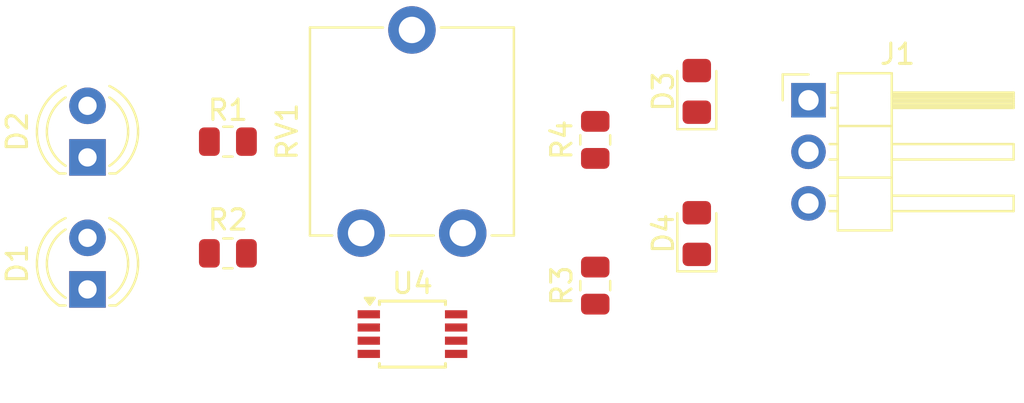
<source format=kicad_pcb>
(kicad_pcb (version 20240108) (generator "pcbnew") (generator_version "8.0")
  (layers (0 "F.Cu" signal) (31 "B.Cu" signal) (34 "B.Paste" user) (35 "F.Paste" user) (36 "B.SilkS" user "B.Silkscreen") (37 "F.SilkS" user "F.Silkscreen") (38 "B.Mask" user) (39 "F.Mask" user) (44 "Edge.Cuts" user))
  (net 0 "")
  (net 1 "Net-(D1-A)")
  (net 2 "Net-(D1-K)")
  (net 3 "Net-(D2-K)")
  (net 4 "Net-(D3-A)")
  (net 5 "Net-(D4-A)")
  (net 6 "Net-(J1-Pin_3)")
  (net 7 "Net-(R3-Pad1)")
  (net 8 "Net-(U4-+)")
  (footprint "LED_THT:LED_D4.0mm" (layer "F.Cu") (at 85 62.275 90)
    (property "Reference" "D2" (at 1.27 -3.46 270) (layer "F.SilkS"))
    (property "Value" "D_Photo")
    (fp_line (start -0.79 -1.399) (end -0.79 -1.08) (stroke (width 0.12)) (layer "F.SilkS"))
    (fp_line (start -0.79 1.08) (end -0.79 1.399) (stroke (width 0.12)) (layer "F.SilkS"))
    (fp_arc (start -0.79 -1.398749) (mid 1.453519 -2.483228) (end 3.513242 -1.080724) (stroke (width 0.12)) (layer "F.SilkS"))
    (fp_arc (start -0.41333 -1.08) (mid 1.269429 -2) (end 2.952713 -1.080961) (stroke (width 0.12)) (layer "F.SilkS"))
    (fp_arc (start 3.513242 1.080724) (mid 1.453519 2.483228) (end -0.79 1.398749) (stroke (width 0.12)) (layer "F.SilkS"))
    (fp_arc (start 2.952713 1.080961) (mid 1.269429 2) (end -0.41333 1.08) (stroke (width 0.12)) (layer "F.SilkS"))
    (pad "1" thru_hole rect (at 0 0 90) (size 1.8 1.8) (drill 0.9) (layers "*.Cu" "*.Mask") (net 3 "Net-(D2-K)"))
    (pad "2" thru_hole circle (at 2.54 0 90) (size 1.8 1.8) (drill 0.9) (layers "*.Cu" "*.Mask") (net 2 "Net-(D1-K)"))
  )
  (footprint "LED_THT:LED_D4.0mm" (layer "F.Cu") (at 85 68.775 90)
    (property "Reference" "D1" (at 1.27 -3.46 270) (layer "F.SilkS"))
    (property "Value" "LED")
    (fp_line (start -0.79 -1.399) (end -0.79 -1.08) (stroke (width 0.12)) (layer "F.SilkS"))
    (fp_line (start -0.79 1.08) (end -0.79 1.399) (stroke (width 0.12)) (layer "F.SilkS"))
    (fp_arc (start -0.79 -1.398749) (mid 1.453519 -2.483228) (end 3.513242 -1.080724) (stroke (width 0.12)) (layer "F.SilkS"))
    (fp_arc (start -0.41333 -1.08) (mid 1.269429 -2) (end 2.952713 -1.080961) (stroke (width 0.12)) (layer "F.SilkS"))
    (fp_arc (start 3.513242 1.080724) (mid 1.453519 2.483228) (end -0.79 1.398749) (stroke (width 0.12)) (layer "F.SilkS"))
    (fp_arc (start 2.952713 1.080961) (mid 1.269429 2) (end -0.41333 1.08) (stroke (width 0.12)) (layer "F.SilkS"))
    (pad "1" thru_hole rect (at 0 0 90) (size 1.8 1.8) (drill 0.9) (layers "*.Cu" "*.Mask") (net 2 "Net-(D1-K)"))
    (pad "2" thru_hole circle (at 2.54 0 90) (size 1.8 1.8) (drill 0.9) (layers "*.Cu" "*.Mask") (net 1 "Net-(D1-A)"))
  )
  (footprint "Resistor_SMD:R_0805_2012Metric" (layer "F.Cu") (at 91.9125 61.5)
    (property "Reference" "R1" (at 0 -1.55 360) (layer "F.SilkS"))
    (property "Value" "330")
    (fp_line (start -0.227064 -0.735) (end 0.227064 -0.735) (stroke (width 0.12)) (layer "F.SilkS"))
    (fp_line (start -0.227064 0.735) (end 0.227064 0.735) (stroke (width 0.12)) (layer "F.SilkS"))
    (pad "1" smd roundrect (at -0.9125 0) (size 1.025 1.4) (layers "F.Cu" "F.Paste" "F.Mask") (roundrect_rratio 0.243902) (net 6 "Net-(J1-Pin_3)"))
    (pad "2" smd roundrect (at 0.9125 0) (size 1.025 1.4) (layers "F.Cu" "F.Paste" "F.Mask") (roundrect_rratio 0.243902) (net 1 "Net-(D1-A)"))
  )
  (footprint "Connector_PinHeader_2.54mm:PinHeader_1x03_P2.54mm_Horizontal" (layer "F.Cu") (at 120.5 59.46)
    (property "Reference" "J1" (at 4.385 -2.27 0) (layer "F.SilkS"))
    (property "Value" "Conn_01x03_Pin")
    (fp_line (start -1.27 -1.27) (end 0 -1.27) (stroke (width 0.12)) (layer "F.SilkS"))
    (fp_line (start -1.27 0) (end -1.27 -1.27) (stroke (width 0.12)) (layer "F.SilkS"))
    (fp_line (start 1.042929 2.16) (end 1.44 2.16) (stroke (width 0.12)) (layer "F.SilkS"))
    (fp_line (start 1.042929 2.92) (end 1.44 2.92) (stroke (width 0.12)) (layer "F.SilkS"))
    (fp_line (start 1.042929 4.7) (end 1.44 4.7) (stroke (width 0.12)) (layer "F.SilkS"))
    (fp_line (start 1.042929 5.46) (end 1.44 5.46) (stroke (width 0.12)) (layer "F.SilkS"))
    (fp_line (start 1.11 -0.38) (end 1.44 -0.38) (stroke (width 0.12)) (layer "F.SilkS"))
    (fp_line (start 1.11 0.38) (end 1.44 0.38) (stroke (width 0.12)) (layer "F.SilkS"))
    (fp_line (start 1.44 -1.33) (end 1.44 6.41) (stroke (width 0.12)) (layer "F.SilkS"))
    (fp_line (start 1.44 1.27) (end 4.1 1.27) (stroke (width 0.12)) (layer "F.SilkS"))
    (fp_line (start 1.44 3.81) (end 4.1 3.81) (stroke (width 0.12)) (layer "F.SilkS"))
    (fp_line (start 1.44 6.41) (end 4.1 6.41) (stroke (width 0.12)) (layer "F.SilkS"))
    (fp_line (start 4.1 -1.33) (end 1.44 -1.33) (stroke (width 0.12)) (layer "F.SilkS"))
    (fp_line (start 4.1 -0.38) (end 10.1 -0.38) (stroke (width 0.12)) (layer "F.SilkS"))
    (fp_line (start 4.1 -0.32) (end 10.1 -0.32) (stroke (width 0.12)) (layer "F.SilkS"))
    (fp_line (start 4.1 -0.2) (end 10.1 -0.2) (stroke (width 0.12)) (layer "F.SilkS"))
    (fp_line (start 4.1 -0.08) (end 10.1 -0.08) (stroke (width 0.12)) (layer "F.SilkS"))
    (fp_line (start 4.1 0.04) (end 10.1 0.04) (stroke (width 0.12)) (layer "F.SilkS"))
    (fp_line (start 4.1 0.16) (end 10.1 0.16) (stroke (width 0.12)) (layer "F.SilkS"))
    (fp_line (start 4.1 0.28) (end 10.1 0.28) (stroke (width 0.12)) (layer "F.SilkS"))
    (fp_line (start 4.1 2.16) (end 10.1 2.16) (stroke (width 0.12)) (layer "F.SilkS"))
    (fp_line (start 4.1 4.7) (end 10.1 4.7) (stroke (width 0.12)) (layer "F.SilkS"))
    (fp_line (start 4.1 6.41) (end 4.1 -1.33) (stroke (width 0.12)) (layer "F.SilkS"))
    (fp_line (start 10.1 -0.38) (end 10.1 0.38) (stroke (width 0.12)) (layer "F.SilkS"))
    (fp_line (start 10.1 0.38) (end 4.1 0.38) (stroke (width 0.12)) (layer "F.SilkS"))
    (fp_line (start 10.1 2.16) (end 10.1 2.92) (stroke (width 0.12)) (layer "F.SilkS"))
    (fp_line (start 10.1 2.92) (end 4.1 2.92) (stroke (width 0.12)) (layer "F.SilkS"))
    (fp_line (start 10.1 4.7) (end 10.1 5.46) (stroke (width 0.12)) (layer "F.SilkS"))
    (fp_line (start 10.1 5.46) (end 4.1 5.46) (stroke (width 0.12)) (layer "F.SilkS"))
    (pad "1" thru_hole rect (at 0 0) (size 1.7 1.7) (drill 1) (layers "*.Cu" "*.Mask") (net 2 "Net-(D1-K)"))
    (pad "2" thru_hole oval (at 0 2.54) (size 1.7 1.7) (drill 1) (layers "*.Cu" "*.Mask") (net 4 "Net-(D3-A)"))
    (pad "3" thru_hole oval (at 0 5.08) (size 1.7 1.7) (drill 1) (layers "*.Cu" "*.Mask") (net 6 "Net-(J1-Pin_3)"))
  )
  (footprint "Resistor_SMD:R_0805_2012Metric" (layer "F.Cu") (at 91.9125 67)
    (property "Reference" "R2" (at 0 -1.65 0) (layer "F.SilkS"))
    (property "Value" "330")
    (fp_line (start -0.227064 -0.735) (end 0.227064 -0.735) (stroke (width 0.12)) (layer "F.SilkS"))
    (fp_line (start -0.227064 0.735) (end 0.227064 0.735) (stroke (width 0.12)) (layer "F.SilkS"))
    (pad "1" smd roundrect (at -0.9125 0) (size 1.025 1.4) (layers "F.Cu" "F.Paste" "F.Mask") (roundrect_rratio 0.243902) (net 6 "Net-(J1-Pin_3)"))
    (pad "2" smd roundrect (at 0.9125 0) (size 1.025 1.4) (layers "F.Cu" "F.Paste" "F.Mask") (roundrect_rratio 0.243902) (net 3 "Net-(D2-K)"))
  )
  (footprint "LED_SMD:LED_0805_2012Metric_Pad1.15x1.40mm_HandSolder" (layer "F.Cu") (at 115 66.025 90)
    (property "Reference" "D4" (at 0 -1.65 270) (layer "F.SilkS"))
    (property "Value" "LED")
    (fp_line (start 1 -0.96) (end -1.86 -0.96) (stroke (width 0.12)) (layer "F.SilkS"))
    (fp_line (start -1.86 -0.96) (end -1.86 0.96) (stroke (width 0.12)) (layer "F.SilkS"))
    (fp_line (start -1.86 0.96) (end 1 0.96) (stroke (width 0.12)) (layer "F.SilkS"))
    (pad "1" smd roundrect (at -1.025 0 90) (size 1.15 1.4) (layers "F.Cu" "F.Paste" "F.Mask") (roundrect_rratio 0.217391) (net 2 "Net-(D1-K)"))
    (pad "2" smd roundrect (at 1.025 0 90) (size 1.15 1.4) (layers "F.Cu" "F.Paste" "F.Mask") (roundrect_rratio 0.217391) (net 5 "Net-(D4-A)"))
  )
  (footprint "LED_SMD:LED_0805_2012Metric_Pad1.15x1.40mm_HandSolder" (layer "F.Cu") (at 115 59.025 90)
    (property "Reference" "D3" (at 0 -1.65 270) (layer "F.SilkS"))
    (property "Value" "LED")
    (fp_line (start 1 -0.96) (end -1.86 -0.96) (stroke (width 0.12)) (layer "F.SilkS"))
    (fp_line (start -1.86 -0.96) (end -1.86 0.96) (stroke (width 0.12)) (layer "F.SilkS"))
    (fp_line (start -1.86 0.96) (end 1 0.96) (stroke (width 0.12)) (layer "F.SilkS"))
    (pad "1" smd roundrect (at -1.025 0 90) (size 1.15 1.4) (layers "F.Cu" "F.Paste" "F.Mask") (roundrect_rratio 0.217391) (net 2 "Net-(D1-K)"))
    (pad "2" smd roundrect (at 1.025 0 90) (size 1.15 1.4) (layers "F.Cu" "F.Paste" "F.Mask") (roundrect_rratio 0.217391) (net 4 "Net-(D3-A)"))
  )
  (footprint "Package_SO:TSSOP-8_3x3mm_P0.65mm" (layer "F.Cu") (at 101 70.975)
    (property "Reference" "U4" (at 0 -2.5 180) (layer "F.SilkS"))
    (property "Value" "LM741")
    (fp_line (start -1.625 -1.625) (end -1.625 -1.45) (stroke (width 0.15)) (layer "F.SilkS"))
    (fp_line (start -1.625 -1.625) (end 1.625 -1.625) (stroke (width 0.15)) (layer "F.SilkS"))
    (fp_line (start -1.625 1.45) (end -1.625 1.625) (stroke (width 0.15)) (layer "F.SilkS"))
    (fp_line (start -1.625 1.625) (end 1.625 1.625) (stroke (width 0.15)) (layer "F.SilkS"))
    (fp_line (start 1.625 -1.625) (end 1.625 -1.45) (stroke (width 0.15)) (layer "F.SilkS"))
    (fp_line (start 1.625 1.45) (end 1.625 1.625) (stroke (width 0.15)) (layer "F.SilkS"))
    (fp_poly (pts (xy -2.1 -1.45) (xy -2.34 -1.78) (xy -1.86 -1.78) (xy -2.1 -1.45)) (stroke (width 0.12)) (fill solid) (layer "F.SilkS"))
    (pad "1" smd rect (at -2.15 -0.975) (size 1.1 0.4) (layers "F.Cu" "F.Paste" "F.Mask"))
    (pad "2" smd rect (at -2.15 -0.325) (size 1.1 0.4) (layers "F.Cu" "F.Paste" "F.Mask") (net 3 "Net-(D2-K)"))
    (pad "3" smd rect (at -2.15 0.325) (size 1.1 0.4) (layers "F.Cu" "F.Paste" "F.Mask") (net 8 "Net-(U4-+)"))
    (pad "4" smd rect (at -2.15 0.975) (size 1.1 0.4) (layers "F.Cu" "F.Paste" "F.Mask") (net 2 "Net-(D1-K)"))
    (pad "5" smd rect (at 2.15 0.975) (size 1.1 0.4) (layers "F.Cu" "F.Paste" "F.Mask"))
    (pad "6" smd rect (at 2.15 0.325) (size 1.1 0.4) (layers "F.Cu" "F.Paste" "F.Mask") (net 7 "Net-(R3-Pad1)"))
    (pad "7" smd rect (at 2.15 -0.325) (size 1.1 0.4) (layers "F.Cu" "F.Paste" "F.Mask") (net 6 "Net-(J1-Pin_3)"))
    (pad "8" smd rect (at 2.15 -0.975) (size 1.1 0.4) (layers "F.Cu" "F.Paste" "F.Mask"))
  )
  (footprint "Resistor_SMD:R_0805_2012Metric" (layer "F.Cu") (at 110 68.5875 90)
    (property "Reference" "R3" (at 0 -1.65 270) (layer "F.SilkS"))
    (property "Value" "100")
    (fp_line (start -0.227064 -0.735) (end 0.227064 -0.735) (stroke (width 0.12)) (layer "F.SilkS"))
    (fp_line (start -0.227064 0.735) (end 0.227064 0.735) (stroke (width 0.12)) (layer "F.SilkS"))
    (pad "1" smd roundrect (at -0.9125 0 90) (size 1.025 1.4) (layers "F.Cu" "F.Paste" "F.Mask") (roundrect_rratio 0.243902) (net 7 "Net-(R3-Pad1)"))
    (pad "2" smd roundrect (at 0.9125 0 90) (size 1.025 1.4) (layers "F.Cu" "F.Paste" "F.Mask") (roundrect_rratio 0.243902) (net 4 "Net-(D3-A)"))
  )
  (footprint "Potentiometer_THT:Potentiometer_ACP_CA9-V10_Vertical_Hole" (layer "F.Cu") (at 103.475 66 90)
    (property "Reference" "RV1" (at 5 -8.65 270) (layer "F.SilkS"))
    (property "Value" "100k")
    (fp_line (start 10.12 -7.521) (end 10.12 -3.925) (stroke (width 0.12)) (layer "F.SilkS"))
    (fp_line (start -0.12 -7.521) (end 10.12 -7.521) (stroke (width 0.12)) (layer "F.SilkS"))
    (fp_line (start -0.12 -7.521) (end -0.12 -6.426) (stroke (width 0.12)) (layer "F.SilkS"))
    (fp_line (start -0.12 -3.574) (end -0.12 -1.425) (stroke (width 0.12)) (layer "F.SilkS"))
    (fp_line (start 10.12 -1.075) (end 10.12 2.52) (stroke (width 0.12)) (layer "F.SilkS"))
    (fp_line (start -0.12 1.425) (end -0.12 2.52) (stroke (width 0.12)) (layer "F.SilkS"))
    (fp_line (start -0.12 2.52) (end 10.12 2.52) (stroke (width 0.12)) (layer "F.SilkS"))
    (pad "" np_thru_hole circle (at 5 -2.5 90) (size 4 4) (drill 4) (layers "*.Cu" "*.Mask"))
    (pad "1" thru_hole circle (at 0 0 90) (size 2.34 2.34) (drill 1.3) (layers "*.Cu" "*.Mask") (net 6 "Net-(J1-Pin_3)"))
    (pad "2" thru_hole circle (at 10 -2.5 90) (size 2.34 2.34) (drill 1.3) (layers "*.Cu" "*.Mask") (net 8 "Net-(U4-+)"))
    (pad "3" thru_hole circle (at 0 -5 90) (size 2.34 2.34) (drill 1.3) (layers "*.Cu" "*.Mask") (net 2 "Net-(D1-K)"))
  )
  (footprint "Resistor_SMD:R_0805_2012Metric" (layer "F.Cu") (at 110 61.4125 90)
    (property "Reference" "R4" (at 0 -1.65 270) (layer "F.SilkS"))
    (property "Value" "330")
    (fp_line (start -0.227064 -0.735) (end 0.227064 -0.735) (stroke (width 0.12)) (layer "F.SilkS"))
    (fp_line (start -0.227064 0.735) (end 0.227064 0.735) (stroke (width 0.12)) (layer "F.SilkS"))
    (pad "1" smd roundrect (at -0.9125 0 90) (size 1.025 1.4) (layers "F.Cu" "F.Paste" "F.Mask") (roundrect_rratio 0.243902) (net 6 "Net-(J1-Pin_3)"))
    (pad "2" smd roundrect (at 0.9125 0 90) (size 1.025 1.4) (layers "F.Cu" "F.Paste" "F.Mask") (roundrect_rratio 0.243902) (net 5 "Net-(D4-A)"))
  )
)
</source>
